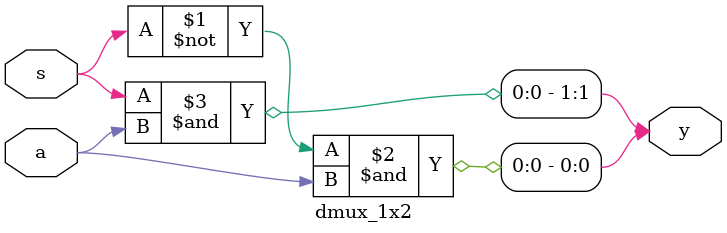
<source format=v>
module dmux_1x2(a,s,y);
input a,s;
output [1:0] y;
assign y[0] = ~s & a;
assign y[1] = s & a;
endmodule

</source>
